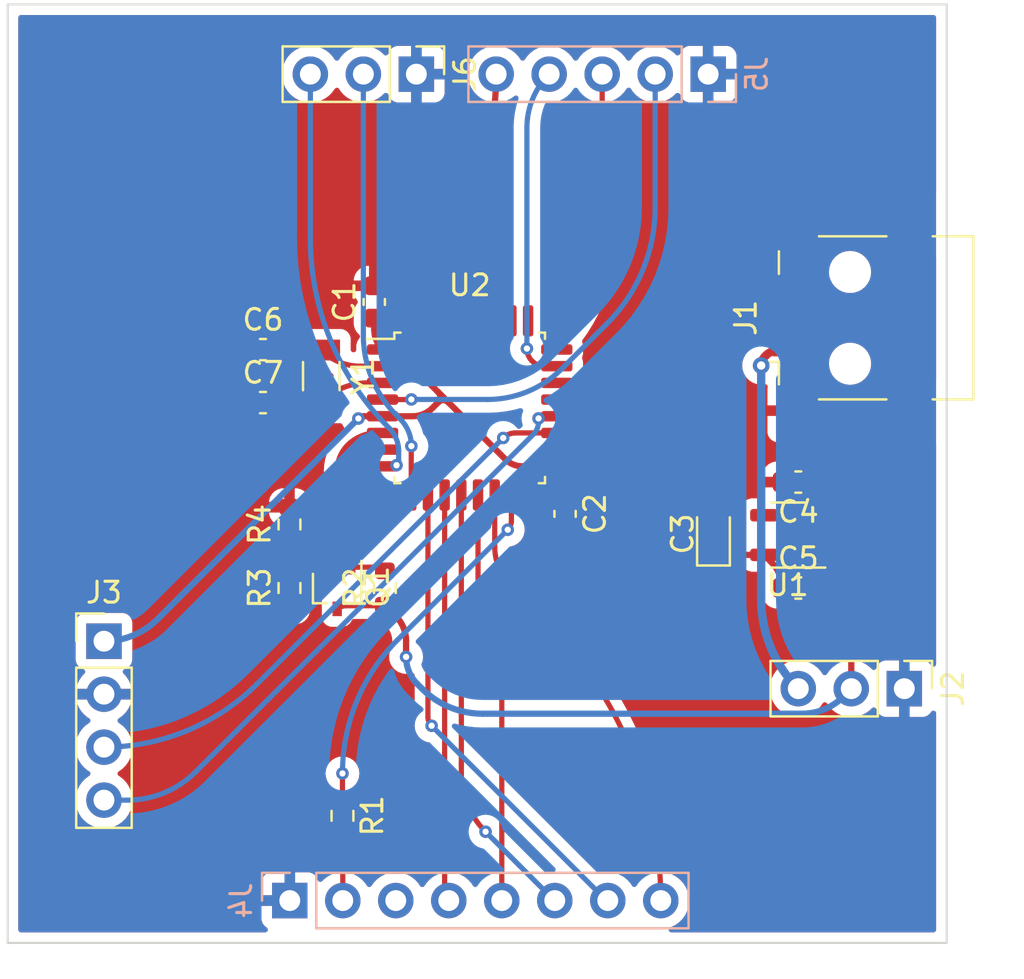
<source format=kicad_pcb>
(kicad_pcb (version 20211014) (generator pcbnew)
  (layers (0 "F.Cu" signal) (31 "B.Cu" signal) (34 "B.Paste" user) (35 "F.Paste" user) (36 "B.SilkS" user "B.Silkscreen") (37 "F.SilkS" user "F.Silkscreen") (38 "B.Mask" user) (39 "F.Mask" user) (44 "Edge.Cuts" user))
  (net 0 "")
  (net 1 "+3V3")
  (net 2 "GND")
  (net 3 "+BATT")
  (net 4 "OSC32_IN")
  (net 5 "OSC32_OUT")
  (net 6 "+5V")
  (net 7 "USB_DM")
  (net 8 "USB_DP")
  (net 10 "NRST")
  (net 11 "SWCLK")
  (net 12 "SWDIO")
  (net 13 "USART_RX")
  (net 14 "USART_TX")
  (net 15 "LCD_LIGHT")
  (net 25 "Net-(J3-Pad4)")
  (net 26 "Net-(J3-Pad3)")
  (net 27 "LCD_RST")
  (net 28 "LCD_CE")
  (net 29 "LCD_DC")
  (net 30 "LCD_DIN")
  (net 31 "LCD_CLK")
  (net 32 "Net-(J4-Pad2)")
  (net 33 "BAT_MEAS")
  (net 34 "Net-(Q1-Pad2)")
  (net 35 "VBAT")
  (footprint "Capacitor_SMD:C_0603_1608Metric" (layer "F.Cu") (at 135.382 86.868)
    (fp_text reference "C6" (at 0 -1.43) (layer "F.SilkS"))
    (fp_text value "12p")
    (fp_line (start -0.14058 0.51) (end 0.14058 0.51) (layer "F.SilkS") (width 0.12))
    (fp_line (start -0.14058 -0.51) (end 0.14058 -0.51) (layer "F.SilkS") (width 0.12))
    (pad "1" smd roundrect (at -0.775 0) (size 0.9 0.95) (layers "F.Cu" "F.Paste" "F.Mask") (net 2 "GND"))
    (pad "2" smd roundrect (at 0.775 0) (size 0.9 0.95) (layers "F.Cu" "F.Paste" "F.Mask") (net 4 "OSC32_IN"))
  )
  (footprint "Package_TO_SOT_SMD:SOT-323_SC-70" (layer "F.Cu") (at 138.938 98.298 -90)
    (fp_text reference "Q1" (at -0.05 -1.95 90) (layer "F.SilkS"))
    (fp_text value "BSS84AKW")
    (fp_line (start 0.73 -1.16) (end -1.3 -1.16) (layer "F.SilkS") (width 0.12))
    (fp_line (start -0.68 1.16) (end 0.73 1.16) (layer "F.SilkS") (width 0.12))
    (fp_line (start 0.73 -1.16) (end 0.73 -0.5) (layer "F.SilkS") (width 0.12))
    (fp_line (start 0.73 0.5) (end 0.73 1.16) (layer "F.SilkS") (width 0.12))
    (pad "1" smd rect (at -1 -0.65 180) (size 0.45 0.7) (layers "F.Cu" "F.Paste" "F.Mask") (net 33 "BAT_MEAS"))
    (pad "2" smd rect (at -1 0.65 180) (size 0.45 0.7) (layers "F.Cu" "F.Paste" "F.Mask") (net 34 "Net-(Q1-Pad2)"))
    (pad "3" smd rect (at 1 0 180) (size 0.45 0.7) (layers "F.Cu" "F.Paste" "F.Mask") (net 3 "+BATT"))
  )
  (footprint "Connector_PinHeader_2.54mm:PinHeader_1x04_P2.54mm_Vertical" (layer "F.Cu") (at 127.762 100.848)
    (fp_text reference "J3" (at 0 -2.33) (layer "F.SilkS"))
    (fp_text value "Conn_Si7021")
    (fp_line (start -1.33 -1.33) (end 0 -1.33) (layer "F.SilkS") (width 0.12))
    (fp_line (start -1.33 1.27) (end 1.33 1.27) (layer "F.SilkS") (width 0.12))
    (fp_line (start 1.33 1.27) (end 1.33 8.95) (layer "F.SilkS") (width 0.12))
    (fp_line (start -1.33 1.27) (end -1.33 8.95) (layer "F.SilkS") (width 0.12))
    (fp_line (start -1.33 8.95) (end 1.33 8.95) (layer "F.SilkS") (width 0.12))
    (fp_line (start -1.33 0) (end -1.33 -1.33) (layer "F.SilkS") (width 0.12))
    (pad "1" thru_hole rect (at 0 0) (size 1.7 1.7) (drill 1) (layers *.Cu *.Mask) (net 1 "+3V3"))
    (pad "2" thru_hole oval (at 0 2.54) (size 1.7 1.7) (drill 1) (layers *.Cu *.Mask) (net 2 "GND"))
    (pad "3" thru_hole oval (at 0 5.08) (size 1.7 1.7) (drill 1) (layers *.Cu *.Mask) (net 26 "Net-(J3-Pad3)"))
    (pad "4" thru_hole oval (at 0 7.62) (size 1.7 1.7) (drill 1) (layers *.Cu *.Mask) (net 25 "Net-(J3-Pad4)"))
  )
  (footprint "Capacitor_SMD:C_0603_1608Metric" (layer "F.Cu") (at 149.86 94.742 -90)
    (fp_text reference "C2" (at 0 -1.43 90) (layer "F.SilkS"))
    (fp_text value "100n")
    (fp_line (start -0.14058 -0.51) (end 0.14058 -0.51) (layer "F.SilkS") (width 0.12))
    (fp_line (start -0.14058 0.51) (end 0.14058 0.51) (layer "F.SilkS") (width 0.12))
    (pad "1" smd roundrect (at -0.775 0 270) (size 0.9 0.95) (layers "F.Cu" "F.Paste" "F.Mask") (net 1 "+3V3"))
    (pad "2" smd roundrect (at 0.775 0 270) (size 0.9 0.95) (layers "F.Cu" "F.Paste" "F.Mask") (net 2 "GND"))
  )
  (footprint "Connector_USB:USB_Mini-B_Lumberg_2486_01_Horizontal" (layer "F.Cu") (at 163.517 85.344 90)
    (fp_text reference "J1" (at 0 -5 90) (layer "F.SilkS"))
    (fp_text value "USB_B_Mini")
    (fp_line (start 3.91 5.91) (end 3.91 3.96) (layer "F.SilkS") (width 0.12))
    (fp_line (start -3.91 1.74) (end -3.91 -1.49) (layer "F.SilkS") (width 0.12))
    (fp_line (start -3.91 5.91) (end -3.91 3.96) (layer "F.SilkS") (width 0.12))
    (fp_line (start 3.91 5.91) (end -3.91 5.91) (layer "F.SilkS") (width 0.12))
    (fp_line (start -2.11 -3.41) (end -2.11 -3.84) (layer "F.SilkS") (width 0.12))
    (fp_line (start -3.19 -3.41) (end -2.11 -3.41) (layer "F.SilkS") (width 0.12))
    (fp_line (start 3.91 1.74) (end 3.91 -1.49) (layer "F.SilkS") (width 0.12))
    (fp_line (start 2.11 -3.41) (end 3.19 -3.41) (layer "F.SilkS") (width 0.12))
    (pad "" np_thru_hole circle (at -2.2 0 90) (size 1 1) (drill 1) (layers *.Cu *.Mask))
    (pad "" np_thru_hole circle (at 2.2 0 90) (size 1 1) (drill 1) (layers *.Cu *.Mask))
    (pad "1" smd rect (at -1.6 -2.7 90) (size 0.5 2) (layers "F.Cu" "F.Paste" "F.Mask") (net 6 "+5V"))
    (pad "2" smd rect (at -0.8 -2.7 90) (size 0.5 2) (layers "F.Cu" "F.Paste" "F.Mask") (net 7 "USB_DM"))
    (pad "3" smd rect (at 0 -2.7 90) (size 0.5 2) (layers "F.Cu" "F.Paste" "F.Mask") (net 8 "USB_DP"))
    (pad "4" smd rect (at 0.8 -2.7 90) (size 0.5 2) (layers "F.Cu" "F.Paste" "F.Mask"))
    (pad "5" smd rect (at 1.6 -2.7 90) (size 0.5 2) (layers "F.Cu" "F.Paste" "F.Mask") (net 2 "GND"))
    (pad "6" smd rect (at -4.45 2.85 90) (size 2 1.7) (layers "F.Cu" "F.Paste" "F.Mask") (net 2 "GND"))
    (pad "6" smd rect (at 4.45 2.85 90) (size 2 1.7) (layers "F.Cu" "F.Paste" "F.Mask") (net 2 "GND"))
    (pad "6" smd rect (at -4.45 -2.6 90) (size 2 1.7) (layers "F.Cu" "F.Paste" "F.Mask") (net 2 "GND"))
    (pad "6" smd rect (at 4.45 -2.6 90) (size 2 1.7) (layers "F.Cu" "F.Paste" "F.Mask") (net 2 "GND"))
  )
  (footprint "Package_TO_SOT_SMD:SOT-23-5" (layer "F.Cu") (at 160.528 95.758 180)
    (fp_text reference "U1" (at 0 -2.4) (layer "F.SilkS"))
    (fp_text value "AP7343D-33W5")
    (fp_line (start 0 1.56) (end 0.8 1.56) (layer "F.SilkS") (width 0.12))
    (fp_line (start 0 1.56) (end -0.8 1.56) (layer "F.SilkS") (width 0.12))
    (fp_line (start 0 -1.56) (end 0.8 -1.56) (layer "F.SilkS") (width 0.12))
    (fp_line (start 0 -1.56) (end -1.8 -1.56) (layer "F.SilkS") (width 0.12))
    (pad "1" smd roundrect (at -1.1375 -0.95 180) (size 1.325 0.6) (layers "F.Cu" "F.Paste" "F.Mask") (net 3 "+BATT"))
    (pad "2" smd roundrect (at -1.1375 0 180) (size 1.325 0.6) (layers "F.Cu" "F.Paste" "F.Mask") (net 2 "GND"))
    (pad "3" smd roundrect (at -1.1375 0.95 180) (size 1.325 0.6) (layers "F.Cu" "F.Paste" "F.Mask") (net 3 "+BATT"))
    (pad "4" smd roundrect (at 1.1375 0.95 180) (size 1.325 0.6) (layers "F.Cu" "F.Paste" "F.Mask"))
    (pad "5" smd roundrect (at 1.1375 -0.95 180) (size 1.325 0.6) (layers "F.Cu" "F.Paste" "F.Mask") (net 1 "+3V3"))
  )
  (footprint "Resistor_SMD:R_0603_1608Metric" (layer "F.Cu") (at 139.192 109.22 -90)
    (fp_text reference "R1" (at 0 -1.43 90) (layer "F.SilkS"))
    (fp_text value "180R")
    (fp_line (start -0.237258 -0.5225) (end 0.237258 -0.5225) (layer "F.SilkS") (width 0.12))
    (fp_line (start -0.237258 0.5225) (end 0.237258 0.5225) (layer "F.SilkS") (width 0.12))
    (pad "1" smd roundrect (at -0.825 0 270) (size 0.8 0.95) (layers "F.Cu" "F.Paste" "F.Mask") (net 15 "LCD_LIGHT"))
    (pad "2" smd roundrect (at 0.825 0 270) (size 0.8 0.95) (layers "F.Cu" "F.Paste" "F.Mask") (net 32 "Net-(J4-Pad2)"))
  )
  (footprint "Connector_PinHeader_2.54mm:PinHeader_1x03_P2.54mm_Vertical" (layer "F.Cu") (at 142.733 73.66 -90)
    (fp_text reference "J6" (at 0 -2.33 90) (layer "F.SilkS"))
    (fp_text value "Serial")
    (fp_line (start 1.33 1.27) (end 1.33 6.41) (layer "F.SilkS") (width 0.12))
    (fp_line (start -1.33 6.41) (end 1.33 6.41) (layer "F.SilkS") (width 0.12))
    (fp_line (start -1.33 0) (end -1.33 -1.33) (layer "F.SilkS") (width 0.12))
    (fp_line (start -1.33 -1.33) (end 0 -1.33) (layer "F.SilkS") (width 0.12))
    (fp_line (start -1.33 1.27) (end -1.33 6.41) (layer "F.SilkS") (width 0.12))
    (fp_line (start -1.33 1.27) (end 1.33 1.27) (layer "F.SilkS") (width 0.12))
    (pad "1" thru_hole rect (at 0 0 270) (size 1.7 1.7) (drill 1) (layers *.Cu *.Mask) (net 2 "GND"))
    (pad "2" thru_hole oval (at 0 2.54 270) (size 1.7 1.7) (drill 1) (layers *.Cu *.Mask) (net 13 "USART_RX"))
    (pad "3" thru_hole oval (at 0 5.08 270) (size 1.7 1.7) (drill 1) (layers *.Cu *.Mask) (net 14 "USART_TX"))
  )
  (footprint "Capacitor_SMD:C_0603_1608Metric" (layer "F.Cu") (at 140.716 84.582 90)
    (fp_text reference "C1" (at 0 -1.43 90) (layer "F.SilkS"))
    (fp_text value "100n")
    (fp_line (start -0.14058 0.51) (end 0.14058 0.51) (layer "F.SilkS") (width 0.12))
    (fp_line (start -0.14058 -0.51) (end 0.14058 -0.51) (layer "F.SilkS") (width 0.12))
    (pad "1" smd roundrect (at -0.775 0 90) (size 0.9 0.95) (layers "F.Cu" "F.Paste" "F.Mask") (net 1 "+3V3"))
    (pad "2" smd roundrect (at 0.775 0 90) (size 0.9 0.95) (layers "F.Cu" "F.Paste" "F.Mask") (net 2 "GND"))
  )
  (footprint "Resistor_SMD:R_0603_1608Metric" (layer "F.Cu") (at 136.652 98.298 90)
    (fp_text reference "R3" (at 0 -1.43 90) (layer "F.SilkS"))
    (fp_text value "R")
    (fp_line (start -0.237258 -0.5225) (end 0.237258 -0.5225) (layer "F.SilkS") (width 0.12))
    (fp_line (start -0.237258 0.5225) (end 0.237258 0.5225) (layer "F.SilkS") (width 0.12))
    (pad "1" smd roundrect (at -0.825 0 90) (size 0.8 0.95) (layers "F.Cu" "F.Paste" "F.Mask") (net 34 "Net-(Q1-Pad2)"))
    (pad "2" smd roundrect (at 0.825 0 90) (size 0.8 0.95) (layers "F.Cu" "F.Paste" "F.Mask") (net 35 "VBAT"))
  )
  (footprint "Capacitor_SMD:C_0603_1608Metric" (layer "F.Cu") (at 161.036 93.218 180)
    (fp_text reference "C4" (at 0 -1.43) (layer "F.SilkS"))
    (fp_text value "1u")
    (fp_line (start -0.14058 0.51) (end 0.14058 0.51) (layer "F.SilkS") (width 0.12))
    (fp_line (start -0.14058 -0.51) (end 0.14058 -0.51) (layer "F.SilkS") (width 0.12))
    (pad "1" smd roundrect (at -0.775 0 180) (size 0.9 0.95) (layers "F.Cu" "F.Paste" "F.Mask") (net 3 "+BATT"))
    (pad "2" smd roundrect (at 0.775 0 180) (size 0.9 0.95) (layers "F.Cu" "F.Paste" "F.Mask") (net 2 "GND"))
  )
  (footprint "Connector_PinHeader_2.54mm:PinHeader_1x03_P2.54mm_Vertical" (layer "F.Cu") (at 166.116 103.124 -90)
    (fp_text reference "J2" (at 0 -2.33 90) (layer "F.SilkS"))
    (fp_text value "Conn_01x03")
    (fp_line (start -1.33 -1.33) (end 0 -1.33) (layer "F.SilkS") (width 0.12))
    (fp_line (start 1.33 1.27) (end 1.33 6.41) (layer "F.SilkS") (width 0.12))
    (fp_line (start -1.33 1.27) (end -1.33 6.41) (layer "F.SilkS") (width 0.12))
    (fp_line (start -1.33 0) (end -1.33 -1.33) (layer "F.SilkS") (width 0.12))
    (fp_line (start -1.33 6.41) (end 1.33 6.41) (layer "F.SilkS") (width 0.12))
    (fp_line (start -1.33 1.27) (end 1.33 1.27) (layer "F.SilkS") (width 0.12))
    (pad "1" thru_hole rect (at 0 0 270) (size 1.7 1.7) (drill 1) (layers *.Cu *.Mask) (net 2 "GND"))
    (pad "2" thru_hole oval (at 0 2.54 270) (size 1.7 1.7) (drill 1) (layers *.Cu *.Mask) (net 3 "+BATT"))
    (pad "3" thru_hole oval (at 0 5.08 270) (size 1.7 1.7) (drill 1) (layers *.Cu *.Mask) (net 6 "+5V"))
  )
  (footprint "Capacitor_SMD:C_0603_1608Metric" (layer "F.Cu") (at 135.382 89.408)
    (fp_text reference "C7" (at 0 -1.43) (layer "F.SilkS"))
    (fp_text value "12p")
    (fp_line (start -0.14058 -0.51) (end 0.14058 -0.51) (layer "F.SilkS") (width 0.12))
    (fp_line (start -0.14058 0.51) (end 0.14058 0.51) (layer "F.SilkS") (width 0.12))
    (pad "1" smd roundrect (at -0.775 0) (size 0.9 0.95) (layers "F.Cu" "F.Paste" "F.Mask") (net 2 "GND"))
    (pad "2" smd roundrect (at 0.775 0) (size 0.9 0.95) (layers "F.Cu" "F.Paste" "F.Mask") (net 5 "OSC32_OUT"))
  )
  (footprint "Resistor_SMD:R_0603_1608Metric" (layer "F.Cu") (at 136.652 95.25 90)
    (fp_text reference "R4" (at 0 -1.43 90) (layer "F.SilkS"))
    (fp_text value "R")
    (fp_line (start -0.237258 -0.5225) (end 0.237258 -0.5225) (layer "F.SilkS") (width 0.12))
    (fp_line (start -0.237258 0.5225) (end 0.237258 0.5225) (layer "F.SilkS") (width 0.12))
    (pad "1" smd roundrect (at -0.825 0 90) (size 0.8 0.95) (layers "F.Cu" "F.Paste" "F.Mask") (net 35 "VBAT"))
    (pad "2" smd roundrect (at 0.825 0 90) (size 0.8 0.95) (layers "F.Cu" "F.Paste" "F.Mask") (net 2 "GND"))
  )
  (footprint "Capacitor_Tantalum_SMD:CP_EIA-1608-10_AVX-L" (layer "F.Cu") (at 156.972 95.7085 90)
    (fp_text reference "C3" (at 0 -1.48 90) (layer "F.SilkS"))
    (fp_text value "4u7")
    (fp_line (start -1.51 0.785) (end 0.8 0.785) (layer "F.SilkS") (width 0.12))
    (fp_line (start -1.51 -0.785) (end -1.51 0.785) (layer "F.SilkS") (width 0.12))
    (fp_line (start 0.8 -0.785) (end -1.51 -0.785) (layer "F.SilkS") (width 0.12))
    (pad "1" smd roundrect (at -0.7125 0 90) (size 1.075 1.05) (layers "F.Cu" "F.Paste" "F.Mask") (roundrect_rratio 0.238095) (net 1 "+3V3"))
    (pad "2" smd roundrect (at 0.7125 0 90) (size 1.075 1.05) (layers "F.Cu" "F.Paste" "F.Mask") (roundrect_rratio 0.238095) (net 2 "GND"))
  )
  (footprint "Crystal:Crystal_SMD_3215-2Pin_3.2x1.5mm" (layer "F.Cu") (at 138.176 88.138 -90)
    (fp_text reference "Y1" (at 0 -2 90) (layer "F.SilkS"))
    (fp_text value "ABS07 [9pF, 32.768kHz]")
    (fp_line (start -0.675 0.875) (end 0.675 0.875) (layer "F.SilkS") (width 0.12))
    (fp_line (start -0.675 -0.875) (end 0.675 -0.875) (layer "F.SilkS") (width 0.12))
    (pad "1" smd rect (at 1.25 0 270) (size 1 1.8) (layers "F.Cu" "F.Paste" "F.Mask") (net 5 "OSC32_OUT"))
    (pad "2" smd rect (at -1.25 0 270) (size 1 1.8) (layers "F.Cu" "F.Paste" "F.Mask") (net 4 "OSC32_IN"))
  )
  (footprint "Resistor_SMD:R_0603_1608Metric" (layer "F.Cu") (at 141.224 98.298 90)
    (fp_text reference "R2" (at 0 -1.43 90) (layer "F.SilkS"))
    (fp_text value "10k")
    (fp_line (start -0.237258 0.5225) (end 0.237258 0.5225) (layer "F.SilkS") (width 0.12))
    (fp_line (start -0.237258 -0.5225) (end 0.237258 -0.5225) (layer "F.SilkS") (width 0.12))
    (pad "1" smd roundrect (at -0.825 0 90) (size 0.8 0.95) (layers "F.Cu" "F.Paste" "F.Mask") (net 3 "+BATT"))
    (pad "2" smd roundrect (at 0.825 0 90) (size 0.8 0.95) (layers "F.Cu" "F.Paste" "F.Mask") (net 33 "BAT_MEAS"))
  )
  (footprint "Package_QFP:LQFP-32_7x7mm_P0.8mm" (layer "F.Cu") (at 145.288 89.662)
    (fp_text reference "U2" (at 0 -5.88) (layer "F.SilkS"))
    (fp_text value "STM32L412KBTx")
    (fp_line (start 3.61 3.61) (end 3.61 3.31) (layer "F.SilkS") (width 0.12))
    (fp_line (start 3.31 -3.61) (end 3.61 -3.61) (layer "F.SilkS") (width 0.12))
    (fp_line (start -3.61 -3.61) (end -3.61 -3.31) (layer "F.SilkS") (width 0.12))
    (fp_line (start 3.61 -3.61) (end 3.61 -3.31) (layer "F.SilkS") (width 0.12))
    (fp_line (start -3.31 3.61) (end -3.61 3.61) (layer "F.SilkS") (width 0.12))
    (fp_line (start -3.61 -3.31) (end -4.925 -3.31) (layer "F.SilkS") (width 0.12))
    (fp_line (start 3.31 3.61) (end 3.61 3.61) (layer "F.SilkS") (width 0.12))
    (fp_line (start -3.61 3.61) (end -3.61 3.31) (layer "F.SilkS") (width 0.12))
    (fp_line (start -3.31 -3.61) (end -3.61 -3.61) (layer "F.SilkS") (width 0.12))
    (pad "1" smd roundrect (at -4.175 -2.8) (size 1.5 0.5) (layers "F.Cu" "F.Paste" "F.Mask") (net 1 "+3V3"))
    (pad "2" smd roundrect (at -4.175 -2) (size 1.5 0.5) (layers "F.Cu" "F.Paste" "F.Mask") (net 4 "OSC32_IN"))
    (pad "3" smd roundrect (at -4.175 -1.2) (size 1.5 0.5) (layers "F.Cu" "F.Paste" "F.Mask") (net 5 "OSC32_OUT"))
    (pad "4" smd roundrect (at -4.175 -0.4) (size 1.5 0.5) (layers "F.Cu" "F.Paste" "F.Mask") (net 10 "NRST"))
    (pad "5" smd roundrect (at -4.175 0.4) (size 1.5 0.5) (layers "F.Cu" "F.Paste" "F.Mask") (net 1 "+3V3"))
    (pad "6" smd roundrect (at -4.175 1.2) (size 1.5 0.5) (layers "F.Cu" "F.Paste" "F.Mask") (net 35 "VBAT"))
    (pad "7" smd roundrect (at -4.175 2) (size 1.5 0.5) (layers "F.Cu" "F.Paste" "F.Mask") (net 33 "BAT_MEAS"))
    (pad "8" smd roundrect (at -4.175 2.8) (size 1.5 0.5) (layers "F.Cu" "F.Paste" "F.Mask") (net 14 "USART_TX"))
    (pad "9" smd roundrect (at -2.8 4.175) (size 0.5 1.5) (layers "F.Cu" "F.Paste" "F.Mask") (net 13 "USART_RX"))
    (pad "10" smd roundrect (at -2 4.175) (size 0.5 1.5) (layers "F.Cu" "F.Paste" "F.Mask") (net 28 "LCD_CE"))
    (pad "11" smd roundrect (at -1.2 4.175) (size 0.5 1.5) (layers "F.Cu" "F.Paste" "F.Mask") (net 31 "LCD_CLK"))
    (pad "12" smd roundrect (at -0.4 4.175) (size 0.5 1.5) (layers "F.Cu" "F.Paste" "F.Mask") (net 29 "LCD_DC"))
    (pad "13" smd roundrect (at 0.4 4.175) (size 0.5 1.5) (layers "F.Cu" "F.Paste" "F.Mask") (net 30 "LCD_DIN"))
    (pad "14" smd roundrect (at 1.2 4.175) (size 0.5 1.5) (layers "F.Cu" "F.Paste" "F.Mask") (net 27 "LCD_RST"))
    (pad "15" smd roundrect (at 2 4.175) (size 0.5 1.5) (layers "F.Cu" "F.Paste" "F.Mask") (net 15 "LCD_LIGHT"))
    (pad "16" smd roundrect (at 2.8 4.175) (size 0.5 1.5) (layers "F.Cu" "F.Paste" "F.Mask") (net 2 "GND"))
    (pad "17" smd roundrect (at 4.175 2.8) (size 1.5 0.5) (layers "F.Cu" "F.Paste" "F.Mask") (net 1 "+3V3"))
    (pad "18" smd roundrect (at 4.175 2) (size 1.5 0.5) (layers "F.Cu" "F.Paste" "F.Mask"))
    (pad "19" smd roundrect (at 4.175 1.2) (size 1.5 0.5) (layers "F.Cu" "F.Paste" "F.Mask") (net 26 "Net-(J3-Pad3)"))
    (pad "20" smd roundrect (at 4.175 0.4) (size 1.5 0.5) (layers "F.Cu" "F.Paste" "F.Mask") (net 25 "Net-(J3-Pad4)"))
    (pad "21" smd roundrect (at 4.175 -0.4) (size 1.5 0.5) (layers "F.Cu" "F.Paste" "F.Mask") (net 7 "USB_DM"))
    (pad "22" smd roundrect (at 4.175 -1.2) (size 1.5 0.5) (layers "F.Cu" "F.Paste" "F.Mask") (net 8 "USB_DP"))
    (pad "23" smd roundrect (at 4.175 -2) (size 1.5 0.5) (layers "F.Cu" "F.Paste" "F.Mask") (net 12 "SWDIO"))
    (pad "24" smd roundrect (at 4.175 -2.8) (size 1.5 0.5) (layers "F.Cu" "F.Paste" "F.Mask") (net 11 "SWCLK"))
    (pad "25" smd roundrect (at 2.8 -4.175) (size 0.5 1.5) (layers "F.Cu" "F.Paste" "F.Mask"))
    (pad "26" smd roundrect (at 2 -4.175) (size 0.5 1.5) (layers "F.Cu" "F.Paste" "F.Mask"))
    (pad "27" smd roundrect (at 1.2 -4.175) (size 0.5 1.5) (layers "F.Cu" "F.Paste" "F.Mask"))
    (pad "28" smd roundrect (at 0.4 -4.175) (size 0.5 1.5) (layers "F.Cu" "F.Paste" "F.Mask"))
    (pad "29" smd roundrect (at -0.4 -4.175) (size 0.5 1.5) (layers "F.Cu" "F.Paste" "F.Mask"))
    (pad "30" smd roundrect (at -1.2 -4.175) (size 0.5 1.5) (layers "F.Cu" "F.Paste" "F.Mask"))
    (pad "31" smd roundrect (at -2 -4.175) (size 0.5 1.5) (layers "F.Cu" "F.Paste" "F.Mask"))
    (pad "32" smd roundrect (at -2.8 -4.175) (size 0.5 1.5) (layers "F.Cu" "F.Paste" "F.Mask") (net 2 "GND"))
  )
  (footprint "Capacitor_SMD:C_0603_1608Metric" (layer "F.Cu") (at 161.036 98.298)
    (fp_text reference "C5" (at 0 -1.43) (layer "F.SilkS"))
    (fp_text value "1u")
    (fp_line (start -0.14058 0.51) (end 0.14058 0.51) (layer "F.SilkS") (width 0.12))
    (fp_line (start -0.14058 -0.51) (end 0.14058 -0.51) (layer "F.SilkS") (width 0.12))
    (pad "1" smd roundrect (at -0.775 0) (size 0.9 0.95) (layers "F.Cu" "F.Paste" "F.Mask") (net 1 "+3V3"))
    (pad "2" smd roundrect (at 0.775 0) (size 0.9 0.95) (layers "F.Cu" "F.Paste" "F.Mask") (net 2 "GND"))
  )
  (footprint "Connector_PinHeader_2.54mm:PinHeader_1x08_P2.54mm_Vertical" (layer "B.Cu") (at 136.667 113.284 -90)
    (fp_text reference "J4" (at 0 2.33 90) (layer "B.SilkS") (effects (justify mirror)))
    (fp_text value "Conn_LCD")
    (fp_line (start -1.33 -19.11) (end 1.33 -19.11) (layer "B.SilkS") (width 0.12))
    (fp_line (start -1.33 0) (end -1.33 1.33) (layer "B.SilkS") (width 0.12))
    (fp_line (start -1.33 1.33) (end 0 1.33) (layer "B.SilkS") (width 0.12))
    (fp_line (start -1.33 -1.27) (end 1.33 -1.27) (layer "B.SilkS") (width 0.12))
    (fp_line (start -1.33 -1.27) (end -1.33 -19.11) (layer "B.SilkS") (width 0.12))
    (fp_line (start 1.33 -1.27) (end 1.33 -19.11) (layer "B.SilkS") (width 0.12))
    (pad "1" thru_hole rect (at 0 0 270) (size 1.7 1.7) (drill 1) (layers *.Cu *.Mask) (net 2 "GND"))
    (pad "2" thru_hole oval (at 0 -2.54 270) (size 1.7 1.7) (drill 1) (layers *.Cu *.Mask) (net 32 "Net-(J4-Pad2)"))
    (pad "3" thru_hole oval (at 0 -5.08 270) (size 1.7 1.7) (drill 1) (layers *.Cu *.Mask) (net 1 "+3V3"))
    (pad "4" thru_hole oval (at 0 -7.62 270) (size 1.7 1.7) (drill 1) (layers *.Cu *.Mask) (net 31 "LCD_CLK"))
    (pad "5" thru_hole oval (at 0 -10.16 270) (size 1.7 1.7) (drill 1) (layers *.Cu *.Mask) (net 30 "LCD_DIN"))
    (pad "6" thru_hole oval (at 0 -12.7 270) (size 1.7 1.7) (drill 1) (layers *.Cu *.Mask) (net 29 "LCD_DC"))
    (pad "7" thru_hole oval (at 0 -15.24 270) (size 1.7 1.7) (drill 1) (layers *.Cu *.Mask) (net 28 "LCD_CE"))
    (pad "8" thru_hole oval (at 0 -17.78 270) (size 1.7 1.7) (drill 1) (layers *.Cu *.Mask) (net 27 "LCD_RST"))
  )
  (footprint "Connector_PinHeader_2.54mm:PinHeader_1x05_P2.54mm_Vertical" (layer "B.Cu") (at 156.718 73.66 90)
    (fp_text reference "J5" (at 0 2.33 90) (layer "B.SilkS") (effects (justify mirror)))
    (fp_text value "Debug")
    (fp_line (start -1.33 0) (end -1.33 1.33) (layer "B.SilkS") (width 0.12))
    (fp_line (start 1.33 -1.27) (end 1.33 -11.49) (layer "B.SilkS") (width 0.12))
    (fp_line (start -1.33 -11.49) (end 1.33 -11.49) (layer "B.SilkS") (width 0.12))
    (fp_line (start -1.33 -1.27) (end 1.33 -1.27) (layer "B.SilkS") (width 0.12))
    (fp_line (start -1.33 1.33) (end 0 1.33) (layer "B.SilkS") (width 0.12))
    (fp_line (start -1.33 -1.27) (end -1.33 -11.49) (layer "B.SilkS") (width 0.12))
    (pad "1" thru_hole rect (at 0 0 90) (size 1.7 1.7) (drill 1) (layers *.Cu *.Mask) (net 2 "GND"))
    (pad "2" thru_hole oval (at 0 -2.54 90) (size 1.7 1.7) (drill 1) (layers *.Cu *.Mask) (net 10 "NRST"))
    (pad "3" thru_hole oval (at 0 -5.08 90) (size 1.7 1.7) (drill 1) (layers *.Cu *.Mask) (net 11 "SWCLK"))
    (pad "4" thru_hole oval (at 0 -7.62 90) (size 1.7 1.7) (drill 1) (layers *.Cu *.Mask) (net 12 "SWDIO"))
    (pad "5" thru_hole oval (at 0 -10.16 90) (size 1.7 1.7) (drill 1) (layers *.Cu *.Mask) (net 1 "+3V3"))
  )
  (gr_rect (start 123.148 70.316) (end 168.148 115.316) (layer "Edge.Cuts") (width 0.1) (fill none))
  (segment (start 141.113 86.862) (end 141.373246 86.862) (width 0.3) (layer "F.Cu") (net 1))
  (segment (start 143.51 89.662) (end 143.764 89.408) (width 0.3) (layer "F.Cu") (net 1))
  (segment (start 143.891 89.191664) (end 143.891 89.281) (width 0.3) (layer "F.Cu") (net 1))
  (segment (start 141.113 90.062) (end 140.214735 90.062) (width 0.3) (layer "F.Cu") (net 1))
  (segment (start 143.980336 89.281) (end 143.891 89.281) (width 0.3) (layer "F.Cu") (net 1))
  (segment (start 141.990376 87.117624) (end 143.768376 88.895624) (width 0.3) (layer "F.Cu") (net 1))
  (segment (start 144.149376 89.276624) (end 144.276376 89.403624) (width 0.3) (layer "F.Cu") (net 1))
  (segment (start 143.768376 88.895624) (end 143.895376 89.022624) (width 0.3) (layer "F.Cu") (net 1))
  (segment (start 142.41789 83.65511) (end 140.716 85.357) (width 0.3) (layer "F.Cu") (net 1))
  (segment (start 155.78448 96.421) (end 156.972 96.421) (width 0.3) (layer "F.Cu") (net 1))
  (segment (start 143.891 89.281) (end 144.022376 89.149624) (width 0.3) (layer "F.Cu") (net 1))
  (segment (start 144.081169 89.276624) (end 144.149376 89.276624) (width 0.3) (layer "F.Cu") (net 1))
  (segment (start 159.752237 97.069736) (end 159.3905 96.708) (width 0.3) (layer "F.Cu") (net 1))
  (segment (start 143.895376 89.090831) (end 143.895376 89.022624) (width 0.3) (layer "F.Cu") (net 1))
  (segment (start 140.716 85.357) (end 140.716 85.903558) (width 0.3) (layer "F.Cu") (net 1))
  (segment (start 144.022376 89.149624) (end 144.149376 89.276624) (width 0.3) (layer "F.Cu") (net 1))
  (segment (start 143.764 89.408) (end 143.891 89.281) (width 0.3) (layer "F.Cu") (net 1))
  (segment (start 159.3905 96.708) (end 157.664879 96.708) (width 0.3) (layer "F.Cu") (net 1))
  (segment (start 144.276376 89.403624) (end 146.990215 92.117463) (width 0.3) (layer "F.Cu") (net 1))
  (segment (start 141.113 90.062) (end 142.544315 90.062) (width 0.3) (layer "F.Cu") (net 1))
  (segment (start 149.86 93.967) (end 149.86 93.420442) (width 0.3) (layer "F.Cu") (net 1))
  (segment (start 147.822 92.462) (end 149.463 92.462) (width 0.3) (layer "F.Cu") (net 1))
  (segment (start 143.895376 89.022624) (end 144.022376 89.149624) (width 0.3) (layer "F.Cu") (net 1))
  (via (at 139.954 90.17) (size 0.6) (drill 0.3) (layers "F.Cu" "B.Cu") (net 1))
  (arc (start 140.716 85.903558) (mid 140.819177 86.422263) (end 141.113 86.862) (width 0.3) (layer "F.Cu") (net 1))
  (arc (start 142.544315 90.062) (mid 143.06694 89.958043) (end 143.51 89.662) (width 0.3) (layer "F.Cu") (net 1))
  (arc (start 160.261 98.298) (mid 160.128777 97.633269) (end 159.752237 97.069736) (width 0.3) (layer "F.Cu") (net 1))
  (arc (start 140.214735 90.062) (mid 140.073627 90.090068) (end 139.954 90.17) (width 0.3) (layer "F.Cu") (net 1))
  (arc (start 157.664879 96.708) (mid 157.289896 96.633411) (end 156.972 96.421) (width 0.3) (layer "F.Cu") (net 1))
  (arc (start 144.276376 89.403624) (mid 144.140552 89.312869) (end 143.980336 89.281) (width 0.3) (layer "F.Cu") (net 1))
  (arc (start 143.764 89.408) (mid 143.909518 89.310768) (end 144.081169 89.276624) (width 0.3) (layer "F.Cu") (net 1))
  (arc (start 149.86 93.420442) (mid 149.756823 92.901737) (end 149.463 92.462) (width 0.3) (layer "F.Cu") (net 1))
  (arc (start 146.558 73.66) (mid 145.48202 79.069315) (end 142.41789 83.65511) (width 0.3) (layer "F.Cu") (net 1))
  (arc (start 146.990215 92.117463) (mid 147.371841 92.372457) (end 147.822 92.462) (width 0.3) (layer "F.Cu") (net 1))
  (arc (start 143.768376 88.895624) (mid 143.859131 89.031448) (end 143.891 89.191664) (width 0.3) (layer "F.Cu") (net 1))
  (arc (start 149.86 93.967) (mid 152.578175 95.783226) (end 155.78448 96.421) (width 0.3) (layer "F.Cu") (net 1))
  (arc (start 141.373246 86.862) (mid 141.707234 86.928435) (end 141.990376 87.117624) (width 0.3) (layer "F.Cu") (net 1))
  (arc (start 143.764 89.408) (mid 143.861233 89.262482) (end 143.895376 89.090831) (width 0.3) (layer "F.Cu") (net 1))
  (segment (start 139.954 90.17) (end 130.34656 99.77744) (width 0.3) (layer "B.Cu") (net 1))
  (arc (start 130.34656 99.77744) (mid 129.160754 100.569771) (end 127.762 100.848) (width 0.3) (layer "B.Cu") (net 1))
  (segment (start 160.782 95.25) (end 160.911812 95.120188) (width 0.3) (layer "F.Cu") (net 3))
  (segment (start 141.224 99.123) (end 139.360487 99.123) (width 0.3) (layer "F.Cu") (net 3))
  (segment (start 142.24 101.6) (end 142.24 100.838) (width 0.3) (layer "F.Cu") (net 3))
  (segment (start 163.576 103.124) (end 163.576 98.25442) (width 0.3) (layer "F.Cu") (net 3))
  (segment (start 161.245893 96.708) (end 160.792947 96.255053) (width 0.3) (layer "F.Cu") (net 3))
  (segment (start 161.6655 94.808) (end 161.6655 93.569268) (width 0.3) (layer "F.Cu") (net 3))
  (segment (start 160.653 95.917192) (end 160.653 95.561433) (width 0.3) (layer "F.Cu") (net 3))
  (segment (start 162.295452 96.708) (end 161.6655 96.708) (width 0.3) (layer "F.Cu") (net 3))
  (segment (start 141.224 99.123) (end 141.745732 99.644732) (width 0.3) (layer "F.Cu") (net 3))
  (segment (start 161.6655 96.708) (end 161.245893 96.708) (width 0.3) (layer "F.Cu") (net 3))
  (via (at 142.24 101.6) (size 0.6) (drill 0.3) (layers "F.Cu" "B.Cu") (net 3))
  (arc (start 139.360487 99.123) (mid 139.131839 99.168481) (end 138.938 99.298) (width 0.3) (layer "F.Cu") (net 3))
  (arc (start 161.6655 93.569268) (mid 161.703314 93.379163) (end 161.811 93.218) (width 0.3) (layer "F.Cu") (net 3))
  (arc (start 141.745732 99.644732) (mid 142.111544 100.192208) (end 142.24 100.838) (width 0.3) (layer "F.Cu") (net 3))
  (arc (start 163.068 97.028) (mid 162.713552 96.791165) (end 162.295452 96.708) (width 0.3) (layer "F.Cu") (net 3))
  (arc (start 160.653 95.561433) (mid 160.686526 95.392887) (end 160.782 95.25) (width 0.3) (layer "F.Cu") (net 3))
  (arc (start 160.792947 96.255053) (mid 160.689371 96.100041) (end 160.653 95.917192) (width 0.3) (layer "F.Cu") (net 3))
  (arc (start 160.911812 95.120188) (mid 161.257607 94.889135) (end 161.6655 94.808) (width 0.3) (layer "F.Cu") (net 3))
  (arc (start 163.576 98.25442) (mid 163.443975 97.590686) (end 163.068 97.028) (width 0.3) (layer "F.Cu") (net 3))
  (segment (start 143.002 103.124) (end 142.778816 102.900816) (width 0.3) (layer "B.Cu") (net 3))
  (segment (start 161.22 104.324) (end 145.899056 104.324) (width 0.3) (layer "B.Cu") (net 3))
  (segment (start 163.576 103.124) (end 163.193416 103.506585) (width 0.3) (layer "B.Cu") (net 3))
  (arc (start 145.899056 104.324) (mid 144.331181 104.01213) (end 143.002 103.124) (width 0.3) (layer "B.Cu") (net 3))
  (arc (start 142.778816 102.900816) (mid 142.380034 102.303997) (end 142.24 101.6) (width 0.3) (layer "B.Cu") (net 3))
  (arc (start 163.193416 103.506585) (mid 162.288005 104.111561) (end 161.22 104.324) (width 0.3) (layer "B.Cu") (net 3))
  (segment (start 138.176 86.888) (end 136.205284 86.888) (width 0.25) (layer "F.Cu") (net 4))
  (segment (start 141.113 87.662) (end 140.044601 87.662) (width 0.25) (layer "F.Cu") (net 4))
  (arc (start 136.205284 86.888) (mid 136.179153 86.882802) (end 136.157 86.868) (width 0.25) (layer "F.Cu") (net 4))
  (arc (start 140.044601 87.662) (mid 139.033321 87.460844) (end 138.176 86.888) (width 0.25) (layer "F.Cu") (net 4))
  (segment (start 136.157 89.408) (end 138.127716 89.408) (width 0.25) (layer "F.Cu") (net 5))
  (segment (start 141.113 88.462) (end 140.411561 88.462) (width 0.25) (layer "F.Cu") (net 5))
  (arc (start 138.127716 89.408) (mid 138.153847 89.402802) (end 138.176 89.388) (width 0.25) (layer "F.Cu") (net 5))
  (arc (start 140.411561 88.462) (mid 139.201684 88.702659) (end 138.176 89.388) (width 0.25) (layer "F.Cu") (net 5))
  (segment (start 160.817 86.944) (end 159.94173 86.944) (width 0.4) (layer "F.Cu") (net 6))
  (segment (start 159.512 87.122) (end 159.437605 87.196395) (width 0.4) (layer "F.Cu") (net 6))
  (via (at 159.258 87.63) (size 0.8) (drill 0.4) (layers "F.Cu" "B.Cu") (net 6))
  (arc (start 159.437605 87.196395) (mid 159.304678 87.395335) (end 159.258 87.63) (width 0.4) (layer "F.Cu") (net 6))
  (arc (start 159.94173 86.944) (mid 159.709162 86.990261) (end 159.512 87.122) (width 0.4) (layer "F.Cu") (net 6))
  (segment (start 159.258 87.63) (end 159.258 98.831529) (width 0.4) (layer "B.Cu") (net 6))
  (arc (start 159.258 98.831529) (mid 159.720087 101.154597) (end 161.036 103.124) (width 0.4) (layer "B.Cu") (net 6))
  (segment (start 159.543521 86.144) (end 160.817 86.144) (width 0.25) (layer "F.Cu") (net 7))
  (segment (start 149.463 89.262) (end 152.016004 89.262) (width 0.25) (layer "F.Cu") (net 7))
  (arc (start 155.956 87.63) (mid 157.601968 86.530199) (end 159.543521 86.144) (width 0.25) (layer "F.Cu") (net 7))
  (arc (start 152.016004 89.262) (mid 154.148314 88.837857) (end 155.956 87.63) (width 0.25) (layer "F.Cu") (net 7))
  (segment (start 151.345744 88.462) (end 149.463 88.462) (width 0.25) (layer "F.Cu") (net 8))
  (segment (start 160.817 85.344) (end 158.873261 85.344) (width 0.25) (layer "F.Cu") (net 8))
  (arc (start 155.194 86.868) (mid 153.428405 88.047733) (end 151.345744 88.462) (width 0.25) (layer "F.Cu") (net 8))
  (arc (start 158.873261 85.344) (mid 156.88206 85.740075) (end 155.194 86.868) (width 0.25) (layer "F.Cu") (net 8))
  (segment (start 142.4876 89.262) (end 142.494 89.2556) (width 0.25) (layer "F.Cu") (net 10))
  (segment (start 141.113 89.262) (end 142.4876 89.262) (width 0.25) (layer "F.Cu") (net 10))
  (via (at 142.494 89.2556) (size 0.6) (drill 0.3) (layers "F.Cu" "B.Cu") (net 10))
  (segment (start 142.494 89.2556) (end 146.150981 89.2556) (width 0.25) (layer "B.Cu") (net 10))
  (segment (start 149.7076 87.7824) (end 151.8666 85.6234) (width 0.25) (layer "B.Cu") (net 10))
  (segment (start 154.178 80.043187) (end 154.178 73.66) (width 0.25) (layer "B.Cu") (net 10))
  (arc (start 151.8666 85.6234) (mid 153.577286 83.063176) (end 154.178 80.043187) (width 0.25) (layer "B.Cu") (net 10))
  (arc (start 146.150981 89.2556) (mid 148.075809 88.872727) (end 149.7076 87.7824) (width 0.25) (layer "B.Cu") (net 10))
  (segment (start 151.638 81.611086) (end 151.638 73.66) (width 0.25) (layer "F.Cu") (net 11))
  (arc (start 149.463 86.862) (mid 151.072736 84.45286) (end 151.638 81.611086) (width 0.25) (layer "F.Cu") (net 11))
  (segment (start 149.463 87.662) (end 148.876 87.662) (width 0.25) (layer "F.Cu") (net 12))
  (via (at 148.0312 86.8172) (size 0.6) (drill 0.3) (layers "F.Cu" "B.Cu") (net 12))
  (arc (start 148.876 87.662) (mid 148.278636 87.414564) (end 148.0312 86.8172) (width 0.25) (layer "F.Cu") (net 12))
  (segment (start 148.0312 86.8172) (end 148.0312 76.235483) (width 0.25) (layer "B.Cu") (net 12))
  (arc (start 148.0312 76.235483) (mid 148.308452 74.841642) (end 149.098 73.66) (width 0.25) (layer "B.Cu") (net 12))
  (segment (start 142.488 93.837) (end 142.488 91.505285) (width 0.25) (layer "F.Cu") (net 13))
  (via (at 142.494 91.4908) (size 0.6) (drill 0.3) (layers "F.Cu" "B.Cu") (net 13))
  (arc (start 142.488 91.505285) (mid 142.489559 91.497446) (end 142.494 91.4908) (width 0.25) (layer "F.Cu") (net 13))
  (segment (start 141.955185 90.189984) (end 141.7828 90.0176) (width 0.25) (layer "B.Cu") (net 13))
  (segment (start 140.193 73.66) (end 140.193 86.179484) (width 0.25) (layer "B.Cu") (net 13))
  (arc (start 142.494 91.4908) (mid 142.353966 90.786804) (end 141.955185 90.189984) (width 0.25) (layer "B.Cu") (net 13))
  (arc (start 140.193 86.179484) (mid 140.606176 88.256657) (end 141.7828 90.0176) (width 0.25) (layer "B.Cu") (net 13))
  (segment (start 141.113 92.462) (end 141.657278 92.462) (width 0.25) (layer "F.Cu") (net 14))
  (via (at 141.783138 92.409867) (size 0.6) (drill 0.3) (layers "F.Cu" "B.Cu") (net 14))
  (arc (start 141.657278 92.462) (mid 141.725393 92.448451) (end 141.783138 92.409867) (width 0.25) (layer "F.Cu") (net 14))
  (segment (start 141.8844 92.165399) (end 141.8844 91.730978) (width 0.25) (layer "B.Cu") (net 14))
  (segment (start 137.653 81.515476) (end 137.653 73.66) (width 0.25) (layer "B.Cu") (net 14))
  (arc (start 141.8844 91.730978) (mid 141.765578 91.133618) (end 141.4272 90.6272) (width 0.25) (layer "B.Cu") (net 14))
  (arc (start 141.783138 92.409867) (mid 141.858083 92.297704) (end 141.8844 92.165399) (width 0.25) (layer "B.Cu") (net 14))
  (arc (start 141.4272 90.6272) (mid 138.633882 86.446706) (end 137.653 81.515476) (width 0.25) (layer "B.Cu") (net 14))
  (segment (start 147.288 93.837) (end 147.288 95.080306) (width 0.25) (layer "F.Cu") (net 15))
  (segment (start 139.192 107.188) (end 139.192 108.395) (width 0.25) (layer "F.Cu") (net 15))
  (via (at 139.192 107.188) (size 0.6) (drill 0.3) (layers "F.Cu" "B.Cu") (net 15))
  (via (at 147.1125 95.504) (size 0.6) (drill 0.3) (layers "F.Cu" "B.Cu") (net 15))
  (arc (start 147.288 95.080306) (mid 147.242389 95.309608) (end 147.1125 95.504) (width 0.25) (layer "F.Cu") (net 15))
  (segment (start 147.1125 95.504) (end 141.853197 100.763303) (width 0.25) (layer "B.Cu") (net 15))
  (arc (start 141.853197 100.763303) (mid 139.883623 103.710979) (end 139.192 107.188) (width 0.25) (layer "B.Cu") (net 15))
  (segment (start 148.836009 90.062) (end 149.463 90.062) (width 0.25) (layer "F.Cu") (net 25))
  (via (at 148.587741 90.164836) (size 0.6) (drill 0.3) (layers "F.Cu" "B.Cu") (net 25))
  (arc (start 148.587741 90.164836) (mid 148.701647 90.088726) (end 148.836009 90.062) (width 0.25) (layer "F.Cu") (net 25))
  (segment (start 148.587741 90.164836) (end 148.587741 90.324244) (width 0.25) (layer "B.Cu") (net 25))
  (segment (start 148.336 90.932) (end 132.165 107.103) (width 0.25) (layer "B.Cu") (net 25))
  (segment (start 128.869599 108.468) (end 127.762 108.468) (width 0.25) (layer "B.Cu") (net 25))
  (arc (start 148.587741 90.324244) (mid 148.522315 90.653159) (end 148.336 90.932) (width 0.25) (layer "B.Cu") (net 25))
  (arc (start 132.165 107.103) (mid 130.653057 108.113248) (end 128.869599 108.468) (width 0.25) (layer "B.Cu") (net 25))
  (segment (start 149.463 90.862) (end 147.477331 90.862) (width 0.25) (layer "F.Cu") (net 26))
  (via (at 146.894642 91.103358) (size 0.6) (drill 0.3) (layers "F.Cu" "B.Cu") (net 26))
  (arc (start 147.477331 90.862) (mid 147.161982 90.924727) (end 146.894642 91.103358) (width 0.25) (layer "F.Cu") (net 26))
  (segment (start 146.894642 91.103358) (end 135.116217 102.881783) (width 0.25) (layer "B.Cu") (net 26))
  (arc (start 135.116217 102.881783) (mid 131.742073 105.136314) (end 127.762 105.928) (width 0.25) (layer "B.Cu") (net 26))
  (segment (start 147.32 98.298) (end 148.889848 99.867848) (width 0.25) (layer "F.Cu") (net 27))
  (segment (start 146.488 93.837) (end 146.488 96.289375) (width 0.25) (layer "F.Cu") (net 27))
  (arc (start 146.488 96.289375) (mid 146.70423 97.376435) (end 147.32 98.298) (width 0.25) (layer "F.Cu") (net 27))
  (arc (start 148.889848 99.867848) (mid 153.002743 106.023231) (end 154.447 113.284) (width 0.25) (layer "F.Cu") (net 27))
  (segment (start 143.288 101.671727) (end 143.288 104.478306) (width 0.25) (layer "F.Cu") (net 28))
  (segment (start 143.288 93.837) (end 143.288 101.671727) (width 0.25) (layer "F.Cu") (net 28))
  (via (at 143.4635 104.902) (size 0.6) (drill 0.3) (layers "F.Cu" "B.Cu") (net 28))
  (arc (start 143.288 104.478306) (mid 143.333611 104.707607) (end 143.4635 104.902) (width 0.25) (layer "F.Cu") (net 28))
  (segment (start 143.4635 104.902) (end 151.802013 113.240513) (width 0.25) (layer "B.Cu") (net 28))
  (arc (start 151.802013 113.240513) (mid 151.850182 113.272698) (end 151.907 113.284) (width 0.25) (layer "B.Cu") (net 28))
  (segment (start 144.888 93.837) (end 144.888 104.339105) (width 0.25) (layer "F.Cu") (net 29))
  (segment (start 144.888 107.176684) (end 144.888 106.773895) (width 0.25) (layer "F.Cu") (net 29))
  (segment (start 144.888 104.339105) (end 144.888 106.773895) (width 0.25) (layer "F.Cu") (net 29))
  (via (at 146.05 109.982) (size 0.6) (drill 0.3) (layers "F.Cu" "B.Cu") (net 29))
  (arc (start 146.05 109.982) (mid 145.189994 108.69491) (end 144.888 107.176684) (width 0.25) (layer "F.Cu") (net 29))
  (segment (start 146.558 110.49) (end 146.05 109.982) (width 0.25) (layer "B.Cu") (net 29))
  (segment (start 149.341394 113.273393) (end 146.558 110.49) (width 0.25) (layer "B.Cu") (net 29))
  (arc (start 149.367 113.284) (mid 149.353142 113.281243) (end 149.341394 113.273393) (width 0.25) (layer "B.Cu") (net 29))
  (segment (start 145.688 93.837) (end 145.688 98.080845) (width 0.25) (layer "F.Cu") (net 30))
  (segment (start 146.827 100.830633) (end 146.827 113.284) (width 0.25) (layer "F.Cu") (net 30))
  (arc (start 146.304 99.568) (mid 146.691077 100.147301) (end 146.827 100.830633) (width 0.25) (layer "F.Cu") (net 30))
  (arc (start 145.688 98.080845) (mid 145.848093 98.885687) (end 146.304 99.568) (width 0.25) (layer "F.Cu") (net 30))
  (segment (start 144.088 93.837) (end 144.088 112.803572) (width 0.25) (layer "F.Cu") (net 31))
  (arc (start 144.088 112.803572) (mid 144.139719 113.063577) (end 144.287 113.284) (width 0.25) (layer "F.Cu") (net 31))
  (segment (start 139.207 113.284) (end 139.207 110.081213) (width 0.25) (layer "F.Cu") (net 32))
  (arc (start 139.207 110.081213) (mid 139.203102 110.061615) (end 139.192 110.045) (width 0.25) (layer "F.Cu") (net 32))
  (segment (start 139.588 97.298) (end 140.801513 97.298) (width 0.25) (layer "F.Cu") (net 33))
  (segment (start 141.113 91.662) (end 140.644465 91.662) (width 0.25) (layer "F.Cu") (net 33))
  (segment (start 139.588 92.831602) (end 139.588 97.298) (width 0.25) (layer "F.Cu") (net 33))
  (arc (start 140.644465 91.662) (mid 140.270788 91.736329) (end 139.954 91.948) (width 0.25) (layer "F.Cu") (net 33))
  (arc (start 140.801513 97.298) (mid 141.030161 97.343481) (end 141.224 97.473) (width 0.25) (layer "F.Cu") (net 33))
  (arc (start 139.954 91.948) (mid 139.68312 92.3534) (end 139.588 92.831602) (width 0.25) (layer "F.Cu") (net 33))
  (segment (start 138.154357 97.620643) (end 136.652 99.123) (width 0.25) (layer "F.Cu") (net 34))
  (arc (start 138.288 97.298) (mid 138.253267 97.472613) (end 138.154357 97.620643) (width 0.25) (layer "F.Cu") (net 34))
  (segment (start 138.354637 94.372363) (end 136.652 96.075) (width 0.25) (layer "F.Cu") (net 35))
  (segment (start 136.652 97.473) (end 136.652 96.075) (width 0.25) (layer "F.Cu") (net 35))
  (segment (start 138.938 92.66642) (end 138.938 92.964) (width 0.25) (layer "F.Cu") (net 35))
  (segment (start 141.113 90.862) (end 140.841415 90.862) (width 0.25) (layer "F.Cu") (net 35))
  (arc (start 138.938 92.964) (mid 138.786389 93.726201) (end 138.354637 94.372363) (width 0.25) (layer "F.Cu") (net 35))
  (arc (start 139.446 91.44) (mid 139.070025 92.002686) (end 138.938 92.66642) (width 0.25) (layer "F.Cu") (net 35))
  (arc (start 140.841415 90.862) (mid 140.086222 91.012217) (end 139.446 91.44) (width 0.25) (layer "F.Cu") (net 35))
  (zone (net 2) (net_name "GND") (layers F&B.Cu) (connect_pads (clearance 0.508)) (min_thickness 0.254) (fill yes (thermal_gap 0.508) (thermal_bridge_width 0.508))
    (polygon (pts (xy 168.148 115.316) (xy 122.936 115.316) (xy 122.936 70.104) (xy 168.148 70.104)))
  )
)
</source>
